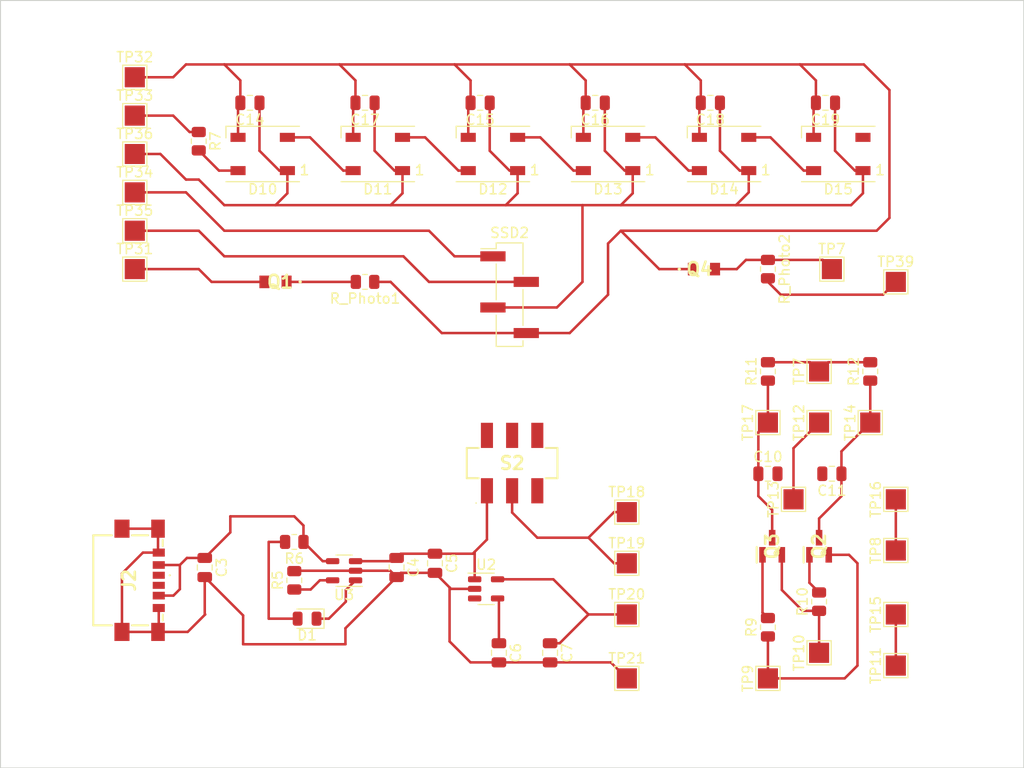
<source format=kicad_pcb>
(kicad_pcb (version 20221018) (generator pcbnew)
  (layers (0 "F.Cu" signal) (31 "B.Cu" signal) (34 "B.Paste" user) (35 "F.Paste" user) (36 "B.SilkS" user "B.Silkscreen") (37 "F.SilkS" user "F.Silkscreen") (38 "B.Mask" user) (39 "F.Mask" user) (44 "Edge.Cuts" user))
  (net 0 "")
  (net 1 "Net-(D10-VDD)")
  (net 2 "Net-(D10-VSS)")
  (net 3 "Net-(D10-DOUT)")
  (net 4 "Net-(D10-DIN)")
  (net 5 "Net-(D11-DOUT)")
  (net 6 "Net-(D12-DOUT)")
  (net 7 "Net-(D13-DOUT)")
  (net 8 "Net-(D14-DOUT)")
  (net 10 "Net-(R7-Pad1)")
  (net 11 "Net-(Q1-E)")
  (net 12 "Net-(SSD2-Pin_1)")
  (net 13 "Net-(SSD2-Pin_2)")
  (net 14 "Net-(Q1-C)")
  (net 15 "Net-(U3-V_{DD})")
  (net 16 "Net-(U2-GND)")
  (net 17 "Net-(U2-VIN)")
  (net 18 "Net-(U2-Bypass)")
  (net 19 "Net-(U2-VOUT)")
  (net 20 "Net-(Q3-D)")
  (net 21 "Net-(C10-Pad2)")
  (net 22 "Net-(Q2-D)")
  (net 23 "Net-(D1-K)")
  (net 24 "Net-(D1-A)")
  (net 27 "Net-(Q2-G)")
  (net 28 "Net-(Q2-S)")
  (net 29 "Net-(Q3-G)")
  (net 30 "Net-(Q3-S)")
  (net 31 "Net-(U3-PROG)")
  (net 32 "Net-(R11-Pad2)")
  (net 33 "Net-(S2-Pad2)")
  (net 38 "Net-(TP16-Pad1)")
  (net 39 "Net-(TP11-Pad1)")
  (net 40 "Net-(Q4-C)")
  (net 41 "Net-(R_Photo2-Pad2)")
  (net 42 "Net-(TP12-Pad1)")
  (footprint "TestPoint:TestPoint_Pad_2.0x2.0mm" (layer "F.Cu") (at 139.7 105.41 90)
    (fp_text reference "TP8" (at 0 -1.998 90) (layer "F.SilkS"))
    (fp_text value "TXD")
    (pad "1" smd rect (at 0 0 90) (size 2 2) (layers "F.Cu" "F.Mask") (net 38 "Net-(TP16-Pad1)"))
  )
  (footprint "TestPoint:TestPoint_Pad_2.0x2.0mm" (layer "F.Cu") (at 64.135 69.85)
    (fp_text reference "TP34" (at 0 -1.998) (layer "F.SilkS"))
    (fp_text value "SDA")
    (pad "1" smd rect (at 0 0) (size 2 2) (layers "F.Cu" "F.Mask") (net 12 "Net-(SSD2-Pin_1)"))
  )
  (footprint "Capacitor_SMD:C_0805_2012Metric" (layer "F.Cu") (at 90.13 107.1 -90)
    (fp_text reference "C4" (at 0 -1.68 90) (layer "F.SilkS"))
    (fp_text value "4.7µF")
    (pad "1" smd roundrect (at -0.95 0 270) (size 1 1.45) (layers "F.Cu" "F.Paste" "F.Mask") (net 17 "Net-(U2-VIN)"))
    (pad "2" smd roundrect (at 0.95 0 270) (size 1 1.45) (layers "F.Cu" "F.Paste" "F.Mask") (net 16 "Net-(U2-GND)"))
  )
  (footprint "TestPoint:TestPoint_Pad_2.0x2.0mm" (layer "F.Cu") (at 139.7 111.76 90)
    (fp_text reference "TP15" (at 0 -1.998 90) (layer "F.SilkS"))
    (fp_text value "FL_RXD")
    (pad "1" smd rect (at 0 0 90) (size 2 2) (layers "F.Cu" "F.Mask") (net 39 "Net-(TP11-Pad1)"))
  )
  (footprint "Resistor_SMD:R_0805_2012Metric" (layer "F.Cu") (at 137.16 87.63 90)
    (fp_text reference "R12" (at 0 -1.65 90) (layer "F.SilkS"))
    (fp_text value "10kΩ")
    (pad "1" smd roundrect (at -0.9125 0 90) (size 1.025 1.4) (layers "F.Cu" "F.Paste" "F.Mask") (roundrect_rratio 0.243902439) (net 22 "Net-(Q2-D)"))
    (pad "2" smd roundrect (at 0.9125 0 90) (size 1.025 1.4) (layers "F.Cu" "F.Paste" "F.Mask") (roundrect_rratio 0.243902439) (net 32 "Net-(R11-Pad2)"))
  )
  (footprint "LED_SMD:LED_WS2812B_PLCC4_5.0x5.0mm_P3.2mm" (layer "F.Cu") (at 88.265 66.04 180)
    (fp_text reference "D11" (at 0 -3.5) (layer "F.SilkS"))
    (fp_text value "WS2812B")
    (fp_text user "1" (at -4.15 -1.6) (layer "F.SilkS"))
    (pad "1" smd rect (at -2.45 -1.65 180) (size 1.5 0.9) (layers "F.Cu" "F.Paste" "F.Mask") (net 1 "Net-(D10-VDD)"))
    (pad "2" smd rect (at -2.45 1.65 180) (size 1.5 0.9) (layers "F.Cu" "F.Paste" "F.Mask") (net 5 "Net-(D11-DOUT)"))
    (pad "3" smd rect (at 2.45 1.65 180) (size 1.5 0.9) (layers "F.Cu" "F.Paste" "F.Mask") (net 2 "Net-(D10-VSS)"))
    (pad "4" smd rect (at 2.45 -1.65 180) (size 1.5 0.9) (layers "F.Cu" "F.Paste" "F.Mask") (net 3 "Net-(D10-DOUT)"))
  )
  (footprint "Capacitor_SMD:C_0805_2012Metric" (layer "F.Cu") (at 105.37 115.57 -90)
    (fp_text reference "C7" (at 0 -1.68 90) (layer "F.SilkS"))
    (fp_text value "1µF")
    (pad "1" smd roundrect (at -0.95 0 270) (size 1 1.45) (layers "F.Cu" "F.Paste" "F.Mask") (net 19 "Net-(U2-VOUT)"))
    (pad "2" smd roundrect (at 0.95 0 270) (size 1 1.45) (layers "F.Cu" "F.Paste" "F.Mask") (net 16 "Net-(U2-GND)"))
  )
  (footprint "Capacitor_SMD:C_0805_2012Metric" (layer "F.Cu") (at 127 97.79)
    (fp_text reference "C10" (at 0 -1.68) (layer "F.SilkS"))
    (fp_text value "0.1µF")
    (pad "1" smd roundrect (at -0.95 0) (size 1 1.45) (layers "F.Cu" "F.Paste" "F.Mask") (net 20 "Net-(Q3-D)"))
    (pad "2" smd roundrect (at 0.95 0) (size 1 1.45) (layers "F.Cu" "F.Paste" "F.Mask") (net 21 "Net-(C10-Pad2)"))
  )
  (footprint "Capacitor_SMD:C_0805_2012Metric" (layer "F.Cu") (at 71.08 107.1 -90)
    (fp_text reference "C3" (at 0 -1.68 90) (layer "F.SilkS"))
    (fp_text value "4.7µF")
    (pad "1" smd roundrect (at -0.95 0 270) (size 1 1.45) (layers "F.Cu" "F.Paste" "F.Mask") (net 15 "Net-(U3-V_{DD})"))
    (pad "2" smd roundrect (at 0.95 0 270) (size 1 1.45) (layers "F.Cu" "F.Paste" "F.Mask") (net 16 "Net-(U2-GND)"))
  )
  (footprint "LED_SMD:LED_0805_2012Metric" (layer "F.Cu") (at 81.24 112.18 180)
    (fp_text reference "D1" (at 0 -1.65) (layer "F.SilkS"))
    (fp_text value "LED")
    (pad "1" smd roundrect (at -0.9375 0 180) (size 0.975 1.4) (layers "F.Cu" "F.Paste" "F.Mask") (net 23 "Net-(D1-K)"))
    (pad "2" smd roundrect (at 0.9375 0 180) (size 0.975 1.4) (layers "F.Cu" "F.Paste" "F.Mask") (net 24 "Net-(D1-A)"))
  )
  (footprint "LED_SMD:LED_WS2812B_PLCC4_5.0x5.0mm_P3.2mm" (layer "F.Cu") (at 111.125 66.04 180)
    (fp_text reference "D13" (at 0 -3.5) (layer "F.SilkS"))
    (fp_text value "WS2812B")
    (fp_text user "1" (at -4.15 -1.6) (layer "F.SilkS"))
    (pad "1" smd rect (at -2.45 -1.65 180) (size 1.5 0.9) (layers "F.Cu" "F.Paste" "F.Mask") (net 1 "Net-(D10-VDD)"))
    (pad "2" smd rect (at -2.45 1.65 180) (size 1.5 0.9) (layers "F.Cu" "F.Paste" "F.Mask") (net 7 "Net-(D13-DOUT)"))
    (pad "3" smd rect (at 2.45 1.65 180) (size 1.5 0.9) (layers "F.Cu" "F.Paste" "F.Mask") (net 2 "Net-(D10-VSS)"))
    (pad "4" smd rect (at 2.45 -1.65 180) (size 1.5 0.9) (layers "F.Cu" "F.Paste" "F.Mask") (net 6 "Net-(D12-DOUT)"))
  )
  (footprint "Capacitor_SMD:C_0805_2012Metric" (layer "F.Cu") (at 100.29 115.57 -90)
    (fp_text reference "C6" (at 0 -1.68 90) (layer "F.SilkS"))
    (fp_text value "470pF")
    (pad "1" smd roundrect (at -0.95 0 270) (size 1 1.45) (layers "F.Cu" "F.Paste" "F.Mask") (net 18 "Net-(U2-Bypass)"))
    (pad "2" smd roundrect (at 0.95 0 270) (size 1 1.45) (layers "F.Cu" "F.Paste" "F.Mask") (net 16 "Net-(U2-GND)"))
  )
  (footprint "Capacitor_SMD:C_0805_2012Metric" (layer "F.Cu") (at 86.995 60.96 180)
    (fp_text reference "C17" (at 0 -1.68) (layer "F.SilkS"))
    (fp_text value "0.1µF")
    (pad "1" smd roundrect (at -0.95 0 180) (size 1 1.45) (layers "F.Cu" "F.Paste" "F.Mask") (net 1 "Net-(D10-VDD)"))
    (pad "2" smd roundrect (at 0.95 0 180) (size 1 1.45) (layers "F.Cu" "F.Paste" "F.Mask") (net 2 "Net-(D10-VSS)"))
  )
  (footprint "TestPoint:TestPoint_Pad_2.0x2.0mm" (layer "F.Cu") (at 64.135 66.04)
    (fp_text reference "TP36" (at 0 -1.998) (layer "F.SilkS"))
    (fp_text value "+4.4V")
    (pad "1" smd rect (at 0 0) (size 2 2) (layers "F.Cu" "F.Mask") (net 1 "Net-(D10-VDD)"))
  )
  (footprint "Resistor_SMD:R_0805_2012Metric" (layer "F.Cu") (at 132.08 110.49 90)
    (fp_text reference "R10" (at 0 -1.65 90) (layer "F.SilkS"))
    (fp_text value "10kΩ")
    (pad "1" smd roundrect (at -0.9125 0 90) (size 1.025 1.4) (layers "F.Cu" "F.Paste" "F.Mask") (roundrect_rratio 0.243902439) (net 30 "Net-(Q3-S)"))
    (pad "2" smd roundrect (at 0.9125 0 90) (size 1.025 1.4) (layers "F.Cu" "F.Paste" "F.Mask") (roundrect_rratio 0.243902439) (net 27 "Net-(Q2-G)"))
  )
  (footprint "TestPoint:TestPoint_Pad_2.0x2.0mm" (layer "F.Cu") (at 64.135 77.47)
    (fp_text reference "TP31" (at 0 -1.998) (layer "F.SilkS"))
    (fp_text value "GPIO_Photo1")
    (pad "1" smd rect (at 0 0) (size 2 2) (layers "F.Cu" "F.Mask") (net 14 "Net-(Q1-C)"))
  )
  (footprint "TestPoint:TestPoint_Pad_2.0x2.0mm" (layer "F.Cu") (at 139.7 78.74)
    (fp_text reference "TP39" (at 0 -1.998) (layer "F.SilkS"))
    (fp_text value "+3.3V Photo")
    (pad "1" smd rect (at 0 0) (size 2 2) (layers "F.Cu" "F.Mask") (net 41 "Net-(R_Photo2-Pad2)"))
  )
  (footprint "SFH_3711:SFH3711" (layer "F.Cu") (at 78.105 78.74 180)
    (fp_text reference "Q1" (at -0.45 0 180) (layer "F.SilkS") (effects (font (size 1.27 1.27) (thickness 0.254))))
    (fp_text value "SFH_3711" hide)
    (pad "1" smd rect (at -1.1 0 180) (size 1 1.25) (layers "F.Cu" "F.Paste" "F.Mask") (net 11 "Net-(Q1-E)"))
    (pad "2" smd rect (at 1.1 0 180) (size 1 1.25) (layers "F.Cu" "F.Paste" "F.Mask") (net 14 "Net-(Q1-C)"))
  )
  (footprint "Connector_PinHeader_2.54mm:PinHeader_1x04_P2.54mm_Vertical_SMD_Pin1Left" (layer "F.Cu") (at 101.35 80.01)
    (fp_text reference "SSD2" (at 0 -6.14) (layer "F.SilkS"))
    (fp_text value "Conn_01x04_Pin")
    (pad "1" smd rect (at -1.655 -3.81) (size 2.51 1) (layers "F.Cu" "F.Paste" "F.Mask") (net 12 "Net-(SSD2-Pin_1)"))
    (pad "2" smd rect (at 1.655 -1.27) (size 2.51 1) (layers "F.Cu" "F.Paste" "F.Mask") (net 13 "Net-(SSD2-Pin_2)"))
    (pad "3" smd rect (at -1.655 1.27) (size 2.51 1) (layers "F.Cu" "F.Paste" "F.Mask") (net 1 "Net-(D10-VDD)"))
    (pad "4" smd rect (at 1.655 3.81) (size 2.51 1) (layers "F.Cu" "F.Paste" "F.Mask") (net 2 "Net-(D10-VSS)"))
  )
  (footprint "Resistor_SMD:R_0805_2012Metric" (layer "F.Cu") (at 79.97 108.37 90)
    (fp_text reference "R5" (at 0 -1.65 90) (layer "F.SilkS"))
    (fp_text value "2kΩ")
    (pad "1" smd roundrect (at -0.9125 0 90) (size 1.025 1.4) (layers "F.Cu" "F.Paste" "F.Mask") (roundrect_rratio 0.243902439) (net 31 "Net-(U3-PROG)"))
    (pad "2" smd roundrect (at 0.9125 0 90) (size 1.025 1.4) (layers "F.Cu" "F.Paste" "F.Mask") (roundrect_rratio 0.243902439) (net 16 "Net-(U2-GND)"))
  )
  (footprint "USB4135-GF-A:USB4135GFA" (layer "F.Cu") (at 63.46 108.37 -90)
    (fp_text reference "J2" (at 0 -0.102 -90) (layer "F.SilkS") (effects (font (size 1.27 1.27) (thickness 0.254))))
    (fp_text value "USB4135-GF-A" hide)
    (pad "A5" smd rect (at -0.5 -3.055 270) (size 0.7 1.2) (layers "F.Cu" "F.Paste" "F.Mask"))
    (pad "A9" smd rect (at 1.52 -3.055 270) (size 0.76 1.2) (layers "F.Cu" "F.Paste" "F.Mask") (net 15 "Net-(U3-V_{DD})"))
    (pad "A12" smd rect (at 2.75 -3.055 270) (size 0.8 1.2) (layers "F.Cu" "F.Paste" "F.Mask") (net 16 "Net-(U2-GND)"))
    (pad "B5" smd rect (at 0.5 -3.055 270) (size 0.7 1.2) (layers "F.Cu" "F.Paste" "F.Mask"))
    (pad "B9" smd rect (at -1.52 -3.055 270) (size 0.76 1.2) (layers "F.Cu" "F.Paste" "F.Mask") (net 15 "Net-(U3-V_{DD})"))
    (pad "B12" smd rect (at -2.75 -3.055 270) (size 0.8 1.2) (layers "F.Cu" "F.Paste" "F.Mask") (net 16 "Net-(U2-GND)"))
    (pad "MP1" smd rect (at -5.125 -2.98) (size 1.35 1.8) (layers "F.Cu" "F.Paste" "F.Mask") (net 16 "Net-(U2-GND)"))
    (pad "MP2" smd rect (at 5.125 -2.98) (size 1.35 1.8) (layers "F.Cu" "F.Paste" "F.Mask") (net 16 "Net-(U2-GND)"))
    (pad "MP3" smd rect (at -5.125 0.6) (size 1.5 1.8) (layers "F.Cu" "F.Paste" "F.Mask") (net 16 "Net-(U2-GND)"))
    (pad "MP4" smd rect (at 5.125 0.6) (size 1.5 1.8) (layers "F.Cu" "F.Paste" "F.Mask") (net 16 "Net-(U2-GND)"))
  )
  (footprint "Resistor_SMD:R_0805_2012Metric" (layer "F.Cu") (at 70.485 64.77 -90)
    (fp_text reference "R7" (at 0 -1.65 90) (layer "F.SilkS"))
    (fp_text value "330Ω")
    (pad "1" smd roundrect (at -0.9125 0 270) (size 1.025 1.4) (layers "F.Cu" "F.Paste" "F.Mask") (roundrect_rratio 0.243902439) (net 10 "Net-(R7-Pad1)"))
    (pad "2" smd roundrect (at 0.9125 0 270) (size 1.025 1.4) (layers "F.Cu" "F.Paste" "F.Mask") (roundrect_rratio 0.243902439) (net 4 "Net-(D10-DIN)"))
  )
  (footprint "TestPoint:TestPoint_Pad_2.0x2.0mm" (layer "F.Cu") (at 64.135 62.23)
    (fp_text reference "TP33" (at 0 -1.998) (layer "F.SilkS"))
    (fp_text value "GPIO_Pixel")
    (pad "1" smd rect (at 0 0) (size 2 2) (layers "F.Cu" "F.Mask") (net 10 "Net-(R7-Pad1)"))
  )
  (footprint "TestPoint:TestPoint_Pad_2.0x2.0mm" (layer "F.Cu") (at 132.08 87.63 90)
    (fp_text reference "TP7" (at 0 -1.998 90) (layer "F.SilkS"))
    (fp_text value "+3.3V")
    (pad "1" smd rect (at 0 0 90) (size 2 2) (layers "F.Cu" "F.Mask") (net 32 "Net-(R11-Pad2)"))
  )
  (footprint "Package_TO_SOT_SMD:SOT-23-5" (layer "F.Cu") (at 84.9175 107.42 180)
    (fp_text reference "U3" (at 0 -2.4) (layer "F.SilkS"))
    (fp_text value "MCP73831-2-OT")
    (pad "1" smd roundrect (at -1.1375 -0.95 180) (size 1.325 0.6) (layers "F.Cu" "F.Paste" "F.Mask") (net 23 "Net-(D1-K)"))
    (pad "2" smd roundrect (at -1.1375 0 180) (size 1.325 0.6) (layers "F.Cu" "F.Paste" "F.Mask") (net 16 "Net-(U2-GND)"))
    (pad "3" smd roundrect (at -1.1375 0.95 180) (size 1.325 0.6) (layers "F.Cu" "F.Paste" "F.Mask") (net 17 "Net-(U2-VIN)"))
    (pad "4" smd roundrect (at 1.1375 0.95 180) (size 1.325 0.6) (layers "F.Cu" "F.Paste" "F.Mask") (net 15 "Net-(U3-V_{DD})"))
    (pad "5" smd roundrect (at 1.1375 -0.95 180) (size 1.325 0.6) (layers "F.Cu" "F.Paste" "F.Mask") (net 31 "Net-(U3-PROG)"))
  )
  (footprint "Capacitor_SMD:C_0805_2012Metric" (layer "F.Cu") (at 133.35 97.79 180)
    (fp_text reference "C11" (at 0 -1.68) (layer "F.SilkS"))
    (fp_text value "470nF")
    (pad "1" smd roundrect (at -0.95 0 180) (size 1 1.45) (layers "F.Cu" "F.Paste" "F.Mask") (net 22 "Net-(Q2-D)"))
    (pad "2" smd roundrect (at 0.95 0 180) (size 1 1.45) (layers "F.Cu" "F.Paste" "F.Mask") (net 21 "Net-(C10-Pad2)"))
  )
  (footprint "TestPoint:TestPoint_Pad_2.0x2.0mm" (layer "F.Cu") (at 127 118.11 90)
    (fp_text reference "TP9" (at 0 -1.998 90) (layer "F.SilkS"))
    (fp_text value "DTR")
    (pad "1" smd rect (at 0 0 90) (size 2 2) (layers "F.Cu" "F.Mask") (net 28 "Net-(Q2-S)"))
  )
  (footprint "Capacitor_SMD:C_0805_2012Metric" (layer "F.Cu") (at 98.425 60.96 180)
    (fp_text reference "C15" (at 0 -1.68) (layer "F.SilkS"))
    (fp_text value "0.1µF")
    (pad "1" smd roundrect (at -0.95 0 180) (size 1 1.45) (layers "F.Cu" "F.Paste" "F.Mask") (net 1 "Net-(D10-VDD)"))
    (pad "2" smd roundrect (at 0.95 0 180) (size 1 1.45) (layers "F.Cu" "F.Paste" "F.Mask") (net 2 "Net-(D10-VSS)"))
  )
  (footprint "Capacitor_SMD:C_0805_2012Metric" (layer "F.Cu") (at 93.94 106.68 -90)
    (fp_text reference "C5" (at 0 -1.68 90) (layer "F.SilkS"))
    (fp_text value "1µF")
    (pad "1" smd roundrect (at -0.95 0 270) (size 1 1.45) (layers "F.Cu" "F.Paste" "F.Mask") (net 17 "Net-(U2-VIN)"))
    (pad "2" smd roundrect (at 0.95 0 270) (size 1 1.45) (layers "F.Cu" "F.Paste" "F.Mask") (net 16 "Net-(U2-GND)"))
  )
  (footprint "JS202011SCQN:JS202011SCQN" (layer "F.Cu") (at 101.6 96.73)
    (fp_text reference "S2" (at 0 0.002) (layer "F.SilkS") (effects (font (size 1.27 1.27) (thickness 0.254))))
    (fp_text value "JS202011SCQN" hide)
    (pad "1" smd rect (at -2.5 2.75) (size 1.2 2.5) (layers "F.Cu" "F.Paste" "F.Mask") (net 17 "Net-(U2-VIN)"))
    (pad "2" smd rect (at 0 2.75) (size 1.2 2.5) (layers "F.Cu" "F.Paste" "F.Mask") (net 33 "Net-(S2-Pad2)"))
    (pad "3" smd rect (at 2.5 2.75) (size 1.2 2.5) (layers "F.Cu" "F.Paste" "F.Mask"))
    (pad "4" smd rect (at 2.5 -2.75) (size 1.2 2.5) (layers "F.Cu" "F.Paste" "F.Mask"))
    (pad "5" smd rect (at 0 -2.75) (size 1.2 2.5) (layers "F.Cu" "F.Paste" "F.Mask"))
    (pad "6" smd rect (at -2.5 -2.75) (size 1.2 2.5) (layers "F.Cu" "F.Paste" "F.Mask"))
  )
  (footprint "TestPoint:TestPoint_Pad_2.0x2.0mm" (layer "F.Cu") (at 112.99 118.11)
    (fp_text reference "TP21" (at 0 -1.998) (layer "F.SilkS"))
    (fp_text value "GND")
    (pad "1" smd rect (at 0 0) (size 2 2) (layers "F.Cu" "F.Mask") (net 16 "Net-(U2-GND)"))
  )
  (footprint "Resistor_SMD:R_0805_2012Metric" (layer "F.Cu") (at 127 87.63 90)
    (fp_text reference "R11" (at 0 -1.65 90) (layer "F.SilkS"))
    (fp_text value "10kΩ")
    (pad "1" smd roundrect (at -0.9125 0 90) (size 1.025 1.4) (layers "F.Cu" "F.Paste" "F.Mask") (roundrect_rratio 0.243902439) (net 20 "Net-(Q3-D)"))
    (pad "2" smd roundrect (at 0.9125 0 90) (size 1.025 1.4) (layers "F.Cu" "F.Paste" "F.Mask") (roundrect_rratio 0.243902439) (net 32 "Net-(R11-Pad2)"))
  )
  (footprint "Resistor_SMD:R_0805_2012Metric" (layer "F.Cu") (at 86.995 78.74 180)
    (fp_text reference "R_Photo1" (at 0 -1.65) (layer "F.SilkS"))
    (fp_text value "0Ω")
    (pad "1" smd roundrect (at -0.9125 0 180) (size 1.025 1.4) (layers "F.Cu" "F.Paste" "F.Mask") (roundrect_rratio 0.243902439) (net 2 "Net-(D10-VSS)"))
    (pad "2" smd roundrect (at 0.9125 0 180) (size 1.025 1.4) (layers "F.Cu" "F.Paste" "F.Mask") (roundrect_rratio 0.243902439) (net 11 "Net-(Q1-E)"))
  )
  (footprint "Resistor_SMD:R_0805_2012Metric" (layer "F.Cu") (at 127 113.03 90)
    (fp_text reference "R9" (at 0 -1.65 90) (layer "F.SilkS"))
    (fp_text value "10kΩ")
    (pad "1" smd roundrect (at -0.9125 0 90) (size 1.025 1.4) (layers "F.Cu" "F.Paste" "F.Mask") (roundrect_rratio 0.243902439) (net 28 "Net-(Q2-S)"))
    (pad "2" smd roundrect (at 0.9125 0 90) (size 1.025 1.4) (layers "F.Cu" "F.Paste" "F.Mask") (roundrect_rratio 0.243902439) (net 29 "Net-(Q3-G)"))
  )
  (footprint "TestPoint:TestPoint_Pad_2.0x2.0mm" (layer "F.Cu") (at 139.7 100.33 90)
    (fp_text reference "TP16" (at 0 -1.998 90) (layer "F.SilkS"))
    (fp_text value "FL_TXD")
    (pad "1" smd rect (at 0 0 90) (size 2 2) (layers "F.Cu" "F.Mask") (net 38 "Net-(TP16-Pad1)"))
  )
  (footprint "Package_TO_SOT_SMD:SOT-23-5" (layer "F.Cu") (at 99.02 109.22)
    (fp_text reference "U2" (at 0 -2.4) (layer "F.SilkS"))
    (fp_text value "TC1185-xCT")
    (pad "1" smd roundrect (at -1.1375 -0.95) (size 1.325 0.6) (layers "F.Cu" "F.Paste" "F.Mask") (net 17 "Net-(U2-VIN)"))
    (pad "2" smd roundrect (at -1.1375 0) (size 1.325 0.6) (layers "F.Cu" "F.Paste" "F.Mask") (net 16 "Net-(U2-GND)"))
    (pad "3" smd roundrect (at -1.1375 0.95) (size 1.325 0.6) (layers "F.Cu" "F.Paste" "F.Mask") (net 17 "Net-(U2-VIN)"))
    (pad "4" smd roundrect (at 1.1375 0.95) (size 1.325 0.6) (layers "F.Cu" "F.Paste" "F.Mask") (net 18 "Net-(U2-Bypass)"))
    (pad "5" smd roundrect (at 1.1375 -0.95) (size 1.325 0.6) (layers "F.Cu" "F.Paste" "F.Mask") (net 19 "Net-(U2-VOUT)"))
  )
  (footprint "LED_SMD:LED_WS2812B_PLCC4_5.0x5.0mm_P3.2mm" (layer "F.Cu") (at 122.645 66.04 180)
    (fp_text reference "D14" (at 0 -3.5) (layer "F.SilkS"))
    (fp_text value "WS2812B")
    (fp_text user "1" (at -4.15 -1.6) (layer "F.SilkS"))
    (pad "1" smd rect (at -2.45 -1.65 180) (size 1.5 0.9) (layers "F.Cu" "F.Paste" "F.Mask") (net 1 "Net-(D10-VDD)"))
    (pad "2" smd rect (at -2.45 1.65 180) (size 1.5 0.9) (layers "F.Cu" "F.Paste" "F.Mask") (net 8 "Net-(D14-DOUT)"))
    (pad "3" smd rect (at 2.45 1.65 180) (size 1.5 0.9) (layers "F.Cu" "F.Paste" "F.Mask") (net 2 "Net-(D10-VSS)"))
    (pad "4" smd rect (at 2.45 -1.65 180) (size 1.5 0.9) (layers "F.Cu" "F.Paste" "F.Mask") (net 7 "Net-(D13-DOUT)"))
  )
  (footprint "TestPoint:TestPoint_Pad_2.0x2.0mm" (layer "F.Cu") (at 127 92.71 90)
    (fp_text reference "TP17" (at 0 -1.998 90) (layer "F.SilkS"))
    (fp_text value "FL_RST")
    (pad "1" smd rect (at 0 0 90) (size 2 2) (layers "F.Cu" "F.Mask") (net 20 "Net-(Q3-D)"))
  )
  (footprint "LED_SMD:LED_WS2812B_PLCC4_5.0x5.0mm_P3.2mm" (layer "F.Cu") (at 133.985 66.04 180)
    (fp_text reference "D15" (at 0 -3.5) (layer "F.SilkS"))
    (fp_text value "WS2812B")
    (fp_text user "1" (at -4.15 -1.6) (layer "F.SilkS"))
    (pad "1" smd rect (at -2.45 -1.65 180) (size 1.5 0.9) (layers "F.Cu" "F.Paste" "F.Mask") (net 1 "Net-(D10-VDD)"))
    (pad "2" smd rect (at -2.45 1.65 180) (size 1.5 0.9) (layers "F.Cu" "F.Paste" "F.Mask"))
    (pad "3" smd rect (at 2.45 1.65 180) (size 1.5 0.9) (layers "F.Cu" "F.Paste" "F.Mask") (net 2 "Net-(D10-VSS)"))
    (pad "4" smd rect (at 2.45 -1.65 180) (size 1.5 0.9) (layers "F.Cu" "F.Paste" "F.Mask") (net 8 "Net-(D14-DOUT)"))
  )
  (footprint "TestPoint:TestPoint_Pad_2.0x2.0mm" (layer "F.Cu") (at 132.08 92.71 90)
    (fp_text reference "TP12" (at 0 -1.998 90) (layer "F.SilkS"))
    (fp_text value "GND")
    (pad "1" smd rect (at 0 0 90) (size 2 2) (layers "F.Cu" "F.Mask") (net 42 "Net-(TP12-Pad1)"))
  )
  (footprint "TestPoint:TestPoint_Pad_2.0x2.0mm" (layer "F.Cu") (at 129.54 100.33 90)
    (fp_text reference "TP13" (at 0 -1.998 90) (layer "F.SilkS"))
    (fp_text value "FL_GND")
    (pad "1" smd rect (at 0 0 90) (size 2 2) (layers "F.Cu" "F.Mask") (net 42 "Net-(TP12-Pad1)"))
  )
  (footprint "2N7002:SOT96P240X120-3N" (layer "F.Cu") (at 127.42 104.99 90)
    (fp_text reference "Q3" (at 0 0 90) (layer "F.SilkS") (effects (font (size 1.27 1.27) (thickness 0.254))))
    (fp_text value "2N7002" hide)
    (pad "1" smd rect (at -0.85 -0.96 180) (size 0.65 1.55) (layers "F.Cu" "F.Paste" "F.Mask") (net 29 "Net-(Q3-G)"))
    (pad "2" smd rect (at -0.85 0.96 180) (size 0.65 1.55) (layers "F.Cu" "F.Paste" "F.Mask") (net 30 "Net-(Q3-S)"))
    (pad "3" smd rect (at 0.85 0 180) (size 0.65 1.55) (layers "F.Cu" "F.Paste" "F.Mask") (net 20 "Net-(Q3-D)"))
  )
  (footprint "SFH_3711:SFH3711" (layer "F.Cu") (at 120.65 77.47)
    (fp_text reference "Q4" (at -0.45 0) (layer "F.SilkS") (effects (font (size 1.27 1.27) (thickness 0.254))))
    (fp_text value "SFH_3711" hide)
    (pad "1" smd rect (at -1.1 0) (size 1 1.25) (layers "F.Cu" "F.Paste" "F.Mask") (net 2 "Net-(D10-VSS)"))
    (pad "2" smd rect (at 1.1 0) (size 1 1.25) (layers "F.Cu" "F.Paste" "F.Mask") (net 40 "Net-(Q4-C)"))
  )
  (footprint "Capacitor_SMD:C_0805_2012Metric" (layer "F.Cu") (at 109.855 60.96 180)
    (fp_text reference "C16" (at 0 -1.68) (layer "F.SilkS"))
    (fp_text value "0.1µF")
    (pad "1" smd roundrect (at -0.95 0 180) (size 1 1.45) (layers "F.Cu" "F.Paste" "F.Mask") (net 1 "Net-(D10-VDD)"))
    (pad "2" smd roundrect (at 0.95 0 180) (size 1 1.45) (layers "F.Cu" "F.Paste" "F.Mask") (net 2 "Net-(D10-VSS)"))
  )
  (footprint "LED_SMD:LED_WS2812B_PLCC4_5.0x5.0mm_P3.2mm" (layer "F.Cu") (at 99.695 66.04 180)
    (fp_text reference "D12" (at 0 -3.5) (layer "F.SilkS"))
    (fp_text value "WS2812B")
    (fp_text user "1" (at -4.15 -1.6) (layer "F.SilkS"))
    (pad "1" smd rect (at -2.45 -1.65 180) (size 1.5 0.9) (layers "F.Cu" "F.Paste" "F.Mask") (net 1 "Net-(D10-VDD)"))
    (pad "2" smd rect (at -2.45 1.65 180) (size 1.5 0.9) (layers "F.Cu" "F.Paste" "F.Mask") (net 6 "Net-(D12-DOUT)"))
    (pad "3" smd rect (at 2.45 1.65 180) (size 1.5 0.9) (layers "F.Cu" "F.Paste" "F.Mask") (net 2 "Net-(D10-VSS)"))
    (pad "4" smd rect (at 2.45 -1.65 180) (size 1.5 0.9) (layers "F.Cu" "F.Paste" "F.Mask") (net 5 "Net-(D11-DOUT)"))
  )
  (footprint "TestPoint:TestPoint_Pad_2.0x2.0mm" (layer "F.Cu") (at 132.08 115.57 90)
    (fp_text reference "TP10" (at 0 -1.998 90) (layer "F.SilkS"))
    (fp_text value "RTS")
    (pad "1" smd rect (at 0 0 90) (size 2 2) (layers "F.Cu" "F.Mask") (net 30 "Net-(Q3-S)"))
  )
  (footprint "TestPoint:TestPoint_Pad_2.0x2.0mm" (layer "F.Cu") (at 112.99 106.68)
    (fp_text reference "TP19" (at 0 -1.998) (layer "F.SilkS"))
    (fp_text value "VBat")
    (pad "1" smd rect (at 0 0) (size 2 2) (layers "F.Cu" "F.Mask") (net 33 "Net-(S2-Pad2)"))
  )
  (footprint "TestPoint:TestPoint_Pad_2.0x2.0mm" (layer "F.Cu") (at 112.99 101.6)
    (fp_text reference "TP18" (at 0 -1.998) (layer "F.SilkS"))
    (fp_text value "+4.2V")
    (pad "1" smd rect (at 0 0) (size 2 2) (layers "F.Cu" "F.Mask") (net 33 "Net-(S2-Pad2)"))
  )
  (footprint "TestPoint:TestPoint_Pad_2.0x2.0mm" (layer "F.Cu") (at 139.7 116.84 90)
    (fp_text reference "TP11" (at 0 -1.998 90) (layer "F.SilkS"))
    (fp_text value "RXD")
    (pad "1" smd rect (at 0 0 90) (size 2 2) (layers "F.Cu" "F.Mask") (net 39 "Net-(TP11-Pad1)"))
  )
  (footprint "Capacitor_SMD:C_0805_2012Metric" (layer "F.Cu") (at 121.285 60.96 180)
    (fp_text reference "C18" (at 0 -1.68) (layer "F.SilkS"))
    (fp_text value "0.1µF")
    (pad "1" smd roundrect (at -0.95 0 180) (size 1 1.45) (layers "F.Cu" "F.Paste" "F.Mask") (net 1 "Net-(D10-VDD)"))
    (pad "2" smd roundrect (at 0.95 0 180) (size 1 1.45) (layers "F.Cu" "F.Paste" "F.Mask") (net 2 "Net-(D10-VSS)"))
  )
  (footprint "Resistor_SMD:R_0805_2012Metric" (layer "F.Cu") (at 79.97 104.56 180)
    (fp_text reference "R6" (at 0 -1.65) (layer "F.SilkS"))
    (fp_text value "330Ω")
    (pad "1" smd roundrect (at -0.9125 0 180) (size 1.025 1.4) (layers "F.Cu" "F.Paste" "F.Mask") (roundrect_rratio 0.243902439) (net 15 "Net-(U3-V_{DD})"))
    (pad "2" smd roundrect (at 0.9125 0 180) (size 1.025 1.4) (layers "F.Cu" "F.Paste" "F.Mask") (roundrect_rratio 0.243902439) (net 24 "Net-(D1-A)"))
  )
  (footprint "LED_SMD:LED_WS2812B_PLCC4_5.0x5.0mm_P3.2mm" (layer "F.Cu") (at 76.835 66.04 180)
    (fp_text reference "D10" (at 0 -3.5) (layer "F.SilkS"))
    (fp_text value "WS2812B")
    (fp_text user "1" (at -4.15 -1.6) (layer "F.SilkS"))
    (pad "1" smd rect (at -2.45 -1.65 180) (size 1.5 0.9) (layers "F.Cu" "F.Paste" "F.Mask") (net 1 "Net-(D10-VDD)"))
    (pad "2" smd rect (at -2.45 1.65 180) (size 1.5 0.9) (layers "F.Cu" "F.Paste" "F.Mask") (net 3 "Net-(D10-DOUT)"))
    (pad "3" smd rect (at 2.45 1.65 180) (size 1.5 0.9) (layers "F.Cu" "F.Paste" "F.Mask") (net 2 "Net-(D10-VSS)"))
    (pad "4" smd rect (at 2.45 -1.65 180) (size 1.5 0.9) (layers "F.Cu" "F.Paste" "F.Mask") (net 4 "Net-(D10-DIN)"))
  )
  (footprint "TestPoint:TestPoint_Pad_2.0x2.0mm" (layer "F.Cu") (at 64.135 73.66)
    (fp_text reference "TP35" (at 0 -1.998) (layer "F.SilkS"))
    (fp_text value "SCL")
    (pad "1" smd rect (at 0 0) (size 2 2) (layers "F.Cu" "F.Mask") (net 13 "Net-(SSD2-Pin_2)"))
  )
  (footprint "2N7002:SOT96P240X120-3N" (layer "F.Cu") (at 132.08 104.99 90)
    (fp_text reference "Q2" (at 0 0 90) (layer "F.SilkS") (effects (font (size 1.27 1.27) (thickness 0.254))))
    (fp_text value "2N7002" hide)
    (pad "1" smd rect (at -0.85 -0.96 180) (size 0.65 1.55) (layers "F.Cu" "F.Paste" "F.Mask") (net 27 "Net-(Q2-G)"))
    (pad "2" smd rect (at -0.85 0.96 180) (size 0.65 1.55) (layers "F.Cu" "F.Paste" "F.Mask") (net 28 "Net-(Q2-S)"))
    (pad "3" smd rect (at 0.85 0 180) (size 0.65 1.55) (layers "F.Cu" "F.Paste" "F.Mask") (net 22 "Net-(Q2-D)"))
  )
  (footprint "TestPoint:TestPoint_Pad_2.0x2.0mm" (layer "F.Cu") (at 133.35 77.47)
    (fp_text reference "TP7" (at 0 -1.998) (layer "F.SilkS"))
    (fp_text value "GPIO_Photo2")
    (pad "1" smd rect (at 0 0) (size 2 2) (layers "F.Cu" "F.Mask") (net 40 "Net-(Q4-C)"))
  )
  (footprint "TestPoint:TestPoint_Pad_2.0x2.0mm" (layer "F.Cu") (at 64.135 58.42)
    (fp_text reference "TP32" (at 0 -1.998) (layer "F.SilkS"))
    (fp_text value "GND")
    (pad "1" smd rect (at 0 0) (size 2 2) (layers "F.Cu" "F.Mask") (net 2 "Net-(D10-VSS)"))
  )
  (footprint "TestPoint:TestPoint_Pad_2.0x2.0mm" (layer "F.Cu") (at 137.16 92.71 90)
    (fp_text reference "TP14" (at 0 -1.998 90) (layer "F.SilkS"))
    (fp_text value "FL_EN")
    (pad "1" smd rect (at 0 0 90) (size 2 2) (layers "F.Cu" "F.Mask") (net 22 "Net-(Q2-D)"))
  )
  (footprint "Resistor_SMD:R_0805_2012Metric" (layer "F.Cu") (at 127 77.47 -90)
    (fp_text reference "R_Photo2" (at 0 -1.65 90) (layer "F.SilkS"))
    (fp_text value "10kΩ")
    (pad "1" smd roundrect (at -0.9125 0 270) (size 1.025 1.4) (layers "F.Cu" "F.Paste" "F.Mask") (roundrect_rratio 0.243902439) (net 40 "Net-(Q4-C)"))
    (pad "2" smd roundrect (at 0.9125 0 270) (size 1.025 1.4) (layers "F.Cu" "F.Paste" "F.Mask") (roundrect_rratio 0.243902439) (net 41 "Net-(R_Photo2-Pad2)"))
  )
  (footprint "Capacitor_SMD:C_0805_2012Metric" (layer "F.Cu") (at 132.715 60.96 180)
    (fp_text reference "C19" (at 0 -1.68) (layer "F.SilkS"))
    (fp_text value "0.1µF")
    (pad "1" smd roundrect (at -0.95 0 180) (size 1 1.45) (layers "F.Cu" "F.Paste" "F.Mask") (net 1 "Net-(D10-VDD)"))
    (pad "2" smd roundrect (at 0.95 0 180) (size 1 1.45) (layers "F.Cu" "F.Paste" "F.Mask") (net 2 "Net-(D10-VSS)"))
  )
  (footprint "TestPoint:TestPoint_Pad_2.0x2.0mm" (layer "F.Cu") (at 112.99 111.76)
    (fp_text reference "TP20" (at 0 -1.998) (layer "F.SilkS"))
    (fp_text value "+3.3V")
    (pad "1" smd rect (at 0 0) (size 2 2) (layers "F.Cu" "F.Mask") (net 19 "Net-(U2-VOUT)"))
  )
  (footprint "Capacitor_SMD:C_0805_2012Metric" (layer "F.Cu") (at 75.565 60.96 180)
    (fp_text reference "C14" (at 0 -1.68) (layer "F.SilkS"))
    (fp_text value "0.1µF")
    (pad "1" smd roundrect (at -0.95 0 180) (size 1 1.45) (layers "F.Cu" "F.Paste" "F.Mask") (net 1 "Net-(D10-VDD)"))
    (pad "2" smd roundrect (at 0.95 0 180) (size 1 1.45) (layers "F.Cu" "F.Paste" "F.Mask") (net 2 "Net-(D10-VSS)"))
  )
  (gr_rect (start 50.8 50.8) (end 152.4 127) (stroke (width 0.1)) (fill none) (layer "Edge.Cuts"))
  (segment (start 122.235 65.72) (end 122.235 60.96) (width 0.25) (layer "F.Cu") (net 1))
  (segment (start 136.435 67.69) (end 136.435 69.94) (width 0.25) (layer "F.Cu") (net 1))
  (segment (start 89.535 71.12) (end 78.105 71.12) (width 0.25) (layer "F.Cu") (net 1))
  (segment (start 136.435 69.94) (end 135.255 71.12) (width 0.25) (layer "F.Cu") (net 1))
  (segment (start 101.345 67.69) (end 99.375 65.72) (width 0.25) (layer "F.Cu") (net 1))
  (segment (start 100.965 71.12) (end 108.585 71.12) (width 0.25) (layer "F.Cu") (net 1))
  (segment (start 99.695 81.28) (end 106.045 81.28) (width 0.25) (layer "F.Cu") (net 1))
  (segment (start 106.045 81.28) (end 108.585 78.74) (width 0.25) (layer "F.Cu") (net 1))
  (segment (start 73.025 71.12) (end 70.485 68.58) (width 0.25) (layer "F.Cu") (net 1))
  (segment (start 112.775 67.69) (end 110.805 65.72) (width 0.25) (layer "F.Cu") (net 1))
  (segment (start 108.585 71.12) (end 112.395 71.12) (width 0.25) (layer "F.Cu") (net 1))
  (segment (start 90.715 67.69) (end 89.915 67.69) (width 0.25) (layer "F.Cu") (net 1))
  (segment (start 89.915 67.69) (end 87.945 65.72) (width 0.25) (layer "F.Cu") (net 1))
  (segment (start 70.485 68.58) (end 69.215 68.58) (width 0.25) (layer "F.Cu") (net 1))
  (segment (start 90.715 69.94) (end 89.535 71.12) (width 0.25) (layer "F.Cu") (net 1))
  (segment (start 113.575 67.69) (end 113.575 69.94) (width 0.25) (layer "F.Cu") (net 1))
  (segment (start 102.145 67.69) (end 102.145 69.94) (width 0.25) (layer "F.Cu") (net 1))
  (segment (start 125.095 67.69) (end 124.205 67.69) (width 0.25) (layer "F.Cu") (net 1))
  (segment (start 89.535 71.12) (end 100.965 71.12) (width 0.25) (layer "F.Cu") (net 1))
  (segment (start 79.285 67.69) (end 79.285 69.94) (width 0.25) (layer "F.Cu") (net 1))
  (segment (start 125.095 69.85) (end 123.825 71.12) (width 0.25) (layer "F.Cu") (net 1))
  (segment (start 110.805 65.72) (end 110.805 60.96) (width 0.25) (layer "F.Cu") (net 1))
  (segment (start 136.435 67.69) (end 135.635 67.69) (width 0.25) (layer "F.Cu") (net 1))
  (segment (start 78.485 67.69) (end 79.285 67.69) (width 0.25) (layer "F.Cu") (net 1))
  (segment (start 99.375 65.72) (end 99.375 60.96) (width 0.25) (layer "F.Cu") (net 1))
  (segment (start 124.205 67.69) (end 122.235 65.72) (width 0.25) (layer "F.Cu") (net 1))
  (segment (start 113.575 67.69) (end 112.775 67.69) (width 0.25) (layer "F.Cu") (net 1))
  (segment (start 112.395 71.12) (end 123.825 71.12) (width 0.25) (layer "F.Cu") (net 1))
  (segment (start 90.715 67.69) (end 90.715 69.94) (width 0.25) (layer "F.Cu") (net 1))
  (segment (start 133.665 65.72) (end 133.665 60.96) (width 0.25) (layer "F.Cu") (net 1))
  (segment (start 66.675 66.04) (end 64.135 66.04) (width 0.25) (layer "F.Cu") (net 1))
  (segment (start 69.215 68.58) (end 66.675 66.04) (width 0.25) (layer "F.Cu") (net 1))
  (segment (start 135.255 71.12) (end 123.825 71.12) (width 0.25) (layer "F.Cu") (net 1))
  (segment (start 113.575 69.94) (end 112.395 71.12) (width 0.25) (layer "F.Cu") (net 1))
  (segment (start 108.585 78.74) (end 108.585 71.12) (width 0.25) (layer "F.Cu") (net 1))
  (segment (start 76.515 60.96) (end 76.515 65.72) (width 0.25) (layer "F.Cu") (net 1))
  (segment (start 87.945 65.72) (end 87.945 60.96) (width 0.25) (layer "F.Cu") (net 1))
  (segment (start 135.635 67.69) (end 133.665 65.72) (width 0.25) (layer "F.Cu") (net 1))
  (segment (start 102.145 69.94) (end 100.965 71.12) (width 0.25) (layer "F.Cu") (net 1))
  (segment (start 78.105 71.12) (end 73.025 71.12) (width 0.25) (layer "F.Cu") (net 1))
  (segment (start 76.515 65.72) (end 78.485 67.69) (width 0.25) (layer "F.Cu") (net 1))
  (segment (start 79.285 69.94) (end 78.105 71.12) (width 0.25) (layer "F.Cu") (net 1))
  (segment (start 125.095 67.69) (end 125.095 69.85) (width 0.25) (layer "F.Cu") (net 1))
  (segment (start 102.145 67.69) (end 101.345 67.69) (width 0.25) (layer "F.Cu") (net 1))
  (segment (start 97.245 64.39) (end 97.245 61.19) (width 0.25) (layer "F.Cu") (net 2))
  (segment (start 64.135 58.42) (end 67.945 58.42) (width 0.25) (layer "F.Cu") (net 2))
  (segment (start 108.675 64.39) (end 108.675 61.19) (width 0.25) (layer "F.Cu") (net 2))
  (segment (start 111.125 74.93) (end 111.125 80.01) (width 0.25) (layer "F.Cu") (net 2))
  (segment (start 120.195 64.39) (end 120.195 61.1) (width 0.25) (layer "F.Cu") (net 2))
  (segment (start 111.125 80.01) (end 107.315 83.82) (width 0.25) (layer "F.Cu") (net 2))
  (segment (start 131.765 60.96) (end 131.765 58.74) (width 0.25) (layer "F.Cu") (net 2))
  (segment (start 97.475 58.74) (end 95.885 57.15) (width 0.25) (layer "F.Cu") (net 2))
  (segment (start 74.385 61.19) (end 74.615 60.96) (width 0.25) (layer "F.Cu") (net 2))
  (segment (start 116.205 77.47) (end 112.395 73.66) (width 0.25) (layer "F.Cu") (net 2))
  (segment (start 107.315 57.15) (end 118.745 57.15) (width 0.25) (layer "F.Cu") (net 2))
  (segment (start 85.815 64.39) (end 85.815 61.19) (width 0.25) (layer "F.Cu") (net 2))
  (segment (start 85.815 61.19) (end 86.045 60.96) (width 0.25) (layer "F.Cu") (net 2))
  (segment (start 131.765 58.74) (end 130.175 57.15) (width 0.25) (layer "F.Cu") (net 2))
  (segment (start 84.455 57.15) (end 95.885 57.15) (width 0.25) (layer "F.Cu") (net 2))
  (segment (start 69.215 57.15) (end 73.025 57.15) (width 0.25) (layer "F.Cu") (net 2))
  (segment (start 89.535 78.74) (end 94.615 83.82) (width 0.25) (layer "F.Cu") (net 2))
  (segment (start 112.395 73.66) (end 111.125 74.93) (width 0.25) (layer "F.Cu") (net 2))
  (segment (start 136.525 57.15) (end 139.065 59.69) (width 0.25) (layer "F.Cu") (net 2))
  (segment (start 97.475 60.96) (end 97.475 58.74) (width 0.25) (layer "F.Cu") (net 2))
  (segment (start 74.615 58.74) (end 73.025 57.15) (width 0.25) (layer "F.Cu") (net 2))
  (segment (start 108.905 58.74) (end 107.315 57.15) (width 0.25) (layer "F.Cu") (net 2))
  (segment (start 108.905 60.96) (end 108.905 58.74) (width 0.25) (layer "F.Cu") (net 2))
  (segment (start 86.045 58.74) (end 84.455 57.15) (width 0.25) (layer "F.Cu") (net 2))
  (segment (start 73.025 57.15) (end 84.455 57.15) (width 0.25) (layer "F.Cu") (net 2))
  (segment (start 137.795 73.66) (end 112.395 73.66) (width 0.25) (layer "F.Cu") (net 2))
  (segment (start 67.945 58.42) (end 69.215 57.15) (width 0.25) (layer "F.Cu") (net 2))
  (segment (start 120.335 58.74) (end 118.745 57.15) (width 0.25) (layer "F.Cu") (net 2))
  (segment (start 131.535 64.39) (end 131.535 61.19) (width 0.25) (layer "F.Cu") (net 2))
  (segment (start 131.535 61.19) (end 131.765 60.96) (width 0.25) (layer "F.Cu") (net 2))
  (segment (start 120.195 61.1) (end 120.335 60.96) (width 0.25) (layer "F.Cu") (net 2))
  (segment (start 86.045 60.96) (end 86.045 58.74) (width 0.25) (layer "F.Cu") (net 2))
  (segment (start 119.55 77.47) (end 116.205 77.47) (width 0.25) (layer "F.Cu") (net 2))
  (segment (start 139.065 72.39) (end 137.795 73.66) (width 0.25) (layer "F.Cu") (net 2))
  (segment (start 130.175 57.15) (end 136.525 57.15) (width 0.25) (layer "F.Cu") (net 2))
  (segment (start 95.885 57.15) (end 107.315 57.15) (width 0.25) (layer "F.Cu") (net 2))
  (segment (start 118.745 57.15) (end 130.175 57.15) (width 0.25) (layer "F.Cu") (net 2))
  (segment (start 74.385 64.39) (end 74.385 61.19) (width 0.25) (layer "F.Cu") (net 2))
  (segment (start 94.615 83.82) (end 103.005 83.82) (width 0.25) (layer "F.Cu") (net 2))
  (segment (start 139.065 59.69) (end 139.065 72.39) (width 0.25) (layer "F.Cu") (net 2))
  (segment (start 120.335 60.96) (end 120.335 58.74) (width 0.25) (layer "F.Cu") (net 2))
  (segment (start 108.675 61.19) (end 108.905 60.96) (width 0.25) (layer "F.Cu") (net 2))
  (segment (start 97.245 61.19) (end 97.475 60.96) (width 0.25) (layer "F.Cu") (net 2))
  (segment (start 107.315 83.82) (end 103.005 83.82) (width 0.25) (layer "F.Cu") (net 2))
  (segment (start 74.615 60.96) (end 74.615 58.74) (width 0.25) (layer "F.Cu") (net 2))
  (segment (start 87.9075 78.74) (end 89.535 78.74) (width 0.25) (layer "F.Cu") (net 2))
  (segment (start 81.535 64.39) (end 84.835 67.69) (width 0.25) (layer "F.Cu") (net 3))
  (segment (start 84.835 67.69) (end 85.815 67.69) (width 0.25) (layer "F.Cu") (net 3))
  (segment (start 79.285 64.39) (end 81.535 64.39) (width 0.25) (layer "F.Cu") (net 3))
  (segment (start 72.4925 67.69) (end 70.485 65.6825) (width 0.25) (layer "F.Cu") (net 4))
  (segment (start 74.385 67.69) (end 72.4925 67.69) (width 0.25) (layer "F.Cu") (net 4))
  (segment (start 90.715 64.39) (end 92.965 64.39) (width 0.25) (layer "F.Cu") (net 5))
  (segment (start 96.265 67.69) (end 97.245 67.69) (width 0.25) (layer "F.Cu") (net 5))
  (segment (start 92.965 64.39) (end 96.265 67.69) (width 0.25) (layer "F.Cu") (net 5))
  (segment (start 104.395 64.39) (end 107.695 67.69) (width 0.25) (layer "F.Cu") (net 6))
  (segment (start 107.695 67.69) (end 108.675 67.69) (width 0.25) (layer "F.Cu") (net 6))
  (segment (start 102.145 64.39) (end 104.395 64.39) (width 0.25) (layer "F.Cu") (net 6))
  (segment (start 115.825 64.39) (end 119.125 67.69) (width 0.25) (layer "F.Cu") (net 7))
  (segment (start 113.575 64.39) (end 115.825 64.39) (width 0.25) (layer "F.Cu") (net 7))
  (segment (start 119.125 67.69) (end 120.195 67.69) (width 0.25) (layer "F.Cu") (net 7))
  (segment (start 130.555 67.69) (end 131.535 67.69) (width 0.25) (layer "F.Cu") (net 8))
  (segment (start 125.095 64.39) (end 127.255 64.39) (width 0.25) (layer "F.Cu") (net 8))
  (segment (start 127.255 64.39) (end 130.555 67.69) (width 0.25) (layer "F.Cu") (net 8))
  (segment (start 67.945 62.23) (end 69.5725 63.8575) (width 0.25) (layer "F.Cu") (net 10))
  (segment (start 69.5725 63.8575) (end 70.485 63.8575) (width 0.25) (layer "F.Cu") (net 10))
  (segment (start 64.135 62.23) (end 67.945 62.23) (width 0.25) (layer "F.Cu") (net 10))
  (segment (start 79.205 78.74) (end 86.0825 78.74) (width 0.25) (layer "F.Cu") (net 11))
  (segment (start 99.695 76.2) (end 95.885 76.2) (width 0.25) (layer "F.Cu") (net 12))
  (segment (start 73.025 73.66) (end 69.215 69.85) (width 0.25) (layer "F.Cu") (net 12))
  (segment (start 69.215 69.85) (end 64.135 69.85) (width 0.25) (layer "F.Cu") (net 12))
  (segment (start 93.345 73.66) (end 73.025 73.66) (width 0.25) (layer "F.Cu") (net 12))
  (segment (start 95.885 76.2) (end 93.345 73.66) (width 0.25) (layer "F.Cu") (net 12))
  (segment (start 73.025 76.2) (end 70.485 73.66) (width 0.25) (layer "F.Cu") (net 13))
  (segment (start 103.005 78.74) (end 93.345 78.74) (width 0.25) (layer "F.Cu") (net 13))
  (segment (start 93.345 78.74) (end 90.805 76.2) (width 0.25) (layer "F.Cu") (net 13))
  (segment (start 70.485 73.66) (end 64.135 73.66) (width 0.25) (layer "F.Cu") (net 13))
  (segment (start 90.805 76.2) (end 73.025 76.2) (width 0.25) (layer "F.Cu") (net 13))
  (segment (start 70.485 77.47) (end 71.755 78.74) (width 0.25) (layer "F.Cu") (net 14))
  (segment (start 64.135 77.47) (end 70.485 77.47) (width 0.25) (layer "F.Cu") (net 14))
  (segment (start 71.755 78.74) (end 77.005 78.74) (width 0.25) (layer "F.Cu") (net 14))
  (segment (start 73.62 103.61) (end 71.08 106.15) (width 0.25) (layer "F.Cu") (net 15))
  (segment (start 69.31 106.15) (end 71.08 106.15) (width 0.25) (layer "F.Cu") (net 15))
  (segment (start 83.78 106.47) (end 82.7925 106.47) (width 0.25) (layer "F.Cu") (net 15))
  (segment (start 66.515 109.89) (end 67.97 109.89) (width 0.25) (layer "F.Cu") (net 15))
  (segment (start 66.515 106.85) (end 68.61 106.85) (width 0.25) (layer "F.Cu") (net 15))
  (segment (start 73.62 102.02) (end 73.62 103.61) (width 0.25) (layer "F.Cu") (net 15))
  (segment (start 68.61 106.85) (end 69.31 106.15) (width 0.25) (layer "F.Cu") (net 15))
  (segment (start 79.97 102.02) (end 73.62 102.02) (width 0.25) (layer "F.Cu") (net 15))
  (segment (start 80.8825 104.56) (end 80.8825 102.9325) (width 0.25) (layer "F.Cu") (net 15))
  (segment (start 67.97 109.89) (end 68.61 109.25) (width 0.25) (layer "F.Cu") (net 15))
  (segment (start 82.7925 106.47) (end 80.8825 104.56) (width 0.25) (layer "F.Cu") (net 15))
  (segment (start 80.8825 102.9325) (end 79.97 102.02) (width 0.25) (layer "F.Cu") (net 15))
  (segment (start 68.61 109.25) (end 68.61 106.85) (width 0.25) (layer "F.Cu") (net 15))
  (segment (start 100.29 116.52) (end 97.47 116.52) (width 0.25) (layer "F.Cu") (net 16))
  (segment (start 66.44 105.545) (end 66.515 105.62) (width 0.25) (layer "F.Cu") (net 16))
  (segment (start 95.39 109.08) (end 95.39 114.44) (width 0.25) (layer "F.Cu") (net 16))
  (segment (start 89.5 107.42) (end 90.13 108.05) (width 0.25) (layer "F.Cu") (net 16))
  (segment (start 90.13 108.05) (end 85.05 113.13) (width 0.25) (layer "F.Cu") (net 16))
  (segment (start 71.08 111.72) (end 71.08 108.05) (width 0.25) (layer "F.Cu") (net 16))
  (segment (start 62.86 113.495) (end 66.44 113.495) (width 0.25) (layer "F.Cu") (net 16))
  (segment (start 66.44 103.245) (end 66.44 105.545) (width 0.25) (layer "F.Cu") (net 16))
  (segment (start 74.89 111.86) (end 71.08 108.05) (width 0.25) (layer "F.Cu") (net 16))
  (segment (start 95.39 114.44) (end 97.47 116.52) (width 0.25) (layer "F.Cu") (net 16))
  (segment (start 62.86 107.7) (end 62.86 113.495) (width 0.25) (layer "F.Cu") (net 16))
  (segment (start 95.39 109.08) (end 95.53 109.22) (width 0.25) (layer "F.Cu") (net 16))
  (segment (start 93.94 107.63) (end 95.39 109.08) (width 0.25) (layer "F.Cu") (net 16))
  (segment (start 105.37 116.52) (end 111.4 116.52) (width 0.25) (layer "F.Cu") (net 16))
  (segment (start 74.89 114.72) (end 74.89 111.86) (width 0.25) (layer "F.Cu") (net 16))
  (segment (start 80.0075 107.42) (end 79.97 107.4575) (width 0.25) (layer "F.Cu") (net 16))
  (segment (start 95.53 109.22) (end 97.8825 109.22) (width 0.25) (layer "F.Cu") (net 16))
  (segment (start 86.055 107.42) (end 80.0075 107.42) (width 0.25) (layer "F.Cu") (net 16))
  (segment (start 85.05 114.72) (end 74.89 114.72) (width 0.25) (layer "F.Cu") (net 16))
  (segment (start 93.94 107.63) (end 90.55 107.63) (width 0.25) (layer "F.Cu") (net 16))
  (segment (start 86.055 107.42) (end 89.5 107.42) (width 0.25) (layer "F.Cu") (net 16))
  (segment (start 66.515 111.12) (end 66.515 113.42) (width 0.25) (layer "F.Cu") (net 16))
  (segment (start 85.05 113.13) (end 85.05 114.72) (width 0.25) (layer "F.Cu") (net 16))
  (segment (start 64.94 105.62) (end 62.86 107.7) (width 0.25) (layer "F.Cu") (net 16))
  (segment (start 69.385 113.495) (end 71.12 111.76) (width 0.25) (layer "F.Cu") (net 16))
  (segment (start 71.12 111.76) (end 71.08 111.72) (width 0.25) (layer "F.Cu") (net 16))
  (segment (start 90.55 107.63) (end 90.13 108.05) (width 0.25) (layer "F.Cu") (net 16))
  (segment (start 111.4 116.52) (end 112.99 118.11) (width 0.25) (layer "F.Cu") (net 16))
  (segment (start 66.515 113.42) (end 66.44 113.495) (width 0.25) (layer "F.Cu") (net 16))
  (segment (start 66.44 113.495) (end 69.385 113.495) (width 0.25) (layer "F.Cu") (net 16))
  (segment (start 66.515 105.62) (end 64.94 105.62) (width 0.25) (layer "F.Cu") (net 16))
  (segment (start 62.86 103.245) (end 66.44 103.245) (width 0.25) (layer "F.Cu") (net 16))
  (segment (start 100.29 116.52) (end 105.37 116.52) (width 0.25) (layer "F.Cu") (net 16))
  (segment (start 99.1 104.325) (end 99.1 99.48) (width 0.25) (layer "F.Cu") (net 17))
  (segment (start 93.94 105.73) (end 97.695 105.73) (width 0.25) (layer "F.Cu") (net 17))
  (segment (start 90.55 105.73) (end 90.13 106.15) (width 0.25) (layer "F.Cu") (net 17))
  (segment (start 93.94 105.73) (end 90.55 105.73) (width 0.25) (layer "F.Cu") (net 17))
  (segment (start 89.81 106.47) (end 90.13 106.15) (width 0.25) (layer "F.Cu") (net 17))
  (segment (start 86.055 106.47) (end 89.81 106.47) (width 0.25) (layer "F.Cu") (net 17))
  (segment (start 97.8825 105.5425) (end 99.1 104.325) (width 0.25) (layer "F.Cu") (net 17))
  (segment (start 97.695 105.73) (end 97.8825 105.5425) (width 0.25) (layer "F.Cu") (net 17))
  (segment (start 97.8825 108.27) (end 97.8825 105.5425) (width 0.25) (layer "F.Cu") (net 17))
  (segment (start 100.29 114.62) (end 100.29 110.3025) (width 0.25) (layer "F.Cu") (net 18))
  (segment (start 100.29 110.3025) (end 100.1575 110.17) (width 0.25) (layer "F.Cu") (net 18))
  (segment (start 105.37 114.62) (end 106.32 114.62) (width 0.25) (layer "F.Cu") (net 19))
  (segment (start 109.18 111.76) (end 105.69 108.27) (width 0.25) (layer "F.Cu") (net 19))
  (segment (start 105.69 108.27) (end 100.1575 108.27) (width 0.25) (layer "F.Cu") (net 19))
  (segment (start 112.99 111.76) (end 109.18 111.76) (width 0.25) (layer "F.Cu") (net 19))
  (segment (start 106.32 114.62) (end 109.18 111.76) (width 0.25) (layer "F.Cu") (net 19))
  (segment (start 126.05 93.66) (end 127 92.71) (width 0.25) (layer "F.Cu") (net 20))
  (segment (start 127 92.71) (end 127 88.5425) (width 0.25) (layer "F.Cu") (net 20))
  (segment (start 127.42 101.38) (end 126.05 100.01) (width 0.25) (layer "F.Cu") (net 20))
  (segment (start 126.05 97.79) (end 126.05 100.01) (width 0.25) (layer "F.Cu") (net 20))
  (segment (start 127.42 104.14) (end 127.42 101.38) (width 0.25) (layer "F.Cu") (net 20))
  (segment (start 126.05 97.79) (end 126.05 93.66) (width 0.25) (layer "F.Cu") (net 20))
  (segment (start 134.3 100.01) (end 132.08 102.23) (width 0.25) (layer "F.Cu") (net 22))
  (segment (start 132.08 102.23) (end 132.08 104.14) (width 0.25) (layer "F.Cu") (net 22))
  (segment (start 137.16 92.71) (end 137.16 88.5425) (width 0.25) (layer "F.Cu") (net 22))
  (segment (start 134.3 97.79) (end 134.3 95.57) (width 0.25) (layer "F.Cu") (net 22))
  (segment (start 134.3 95.57) (end 137.16 92.71) (width 0.25) (layer "F.Cu") (net 22))
  (segment (start 134.3 97.79) (end 134.3 100.01) (width 0.25) (layer "F.Cu") (net 22))
  (segment (start 85.09 109.335) (end 85.09 110.49) (width 0.25) (layer "F.Cu") (net 23))
  (segment (start 83.4 112.18) (end 82.1775 112.18) (width 0.25) (layer "F.Cu") (net 23))
  (segment (start 85.09 110.49) (end 83.4 112.18) (width 0.25) (layer "F.Cu") (net 23))
  (segment (start 86.055 108.37) (end 85.09 109.335) (width 0.25) (layer "F.Cu") (net 23))
  (segment (start 77.43 104.56) (end 79.0575 104.56) (width 0.25) (layer "F.Cu") (net 24))
  (segment (start 80.3025 112.18) (end 77.43 112.18) (width 0.25) (layer "F.Cu") (net 24))
  (segment (start 77.43 112.18) (end 77.43 104.56) (width 0.25) (layer "F.Cu") (net 24))
  (segment (start 131.12 108.6175) (end 132.08 109.5775) (width 0.25) (layer "F.Cu") (net 27))
  (segment (start 131.12 105.84) (end 131.12 108.6175) (width 0.25) (layer "F.Cu") (net 27))
  (segment (start 127 118.11) (end 134.62 118.11) (width 0.25) (layer "F.Cu") (net 28))
  (segment (start 133.04 105.84) (end 135.05 105.84) (width 0.25) (layer "F.Cu") (net 28))
  (segment (start 135.89 106.68) (end 135.89 116.84) (width 0.25) (layer "F.Cu") (net 28))
  (segment (start 127 118.11) (end 127 113.9425) (width 0.25) (layer "F.Cu") (net 28))
  (segment (start 135.05 105.84) (end 135.89 106.68) (width 0.25) (layer "F.Cu") (net 28))
  (segment (start 135.89 116.84) (end 134.62 118.11) (width 0.25) (layer "F.Cu") (net 28))
  (segment (start 126.46 111.5775) (end 127 112.1175) (width 0.25) (layer "F.Cu") (net 29))
  (segment (start 126.46 105.84) (end 126.46 111.5775) (width 0.25) (layer "F.Cu") (net 29))
  (segment (start 128.38 109.33) (end 130.4525 111.4025) (width 0.25) (layer "F.Cu") (net 30))
  (segment (start 132.08 115.57) (end 132.08 111.4025) (width 0.25) (layer "F.Cu") (net 30))
  (segment (start 130.4525 111.4025) (end 132.08 111.4025) (width 0.25) (layer "F.Cu") (net 30))
  (segment (start 128.38 105.84) (end 128.38 109.33) (width 0.25) (layer "F.Cu") (net 30))
  (segment (start 82.51 108.37) (end 81.5975 109.2825) (width 0.25) (layer "F.Cu") (net 31))
  (segment (start 83.78 108.37) (end 82.51 108.37) (width 0.25) (layer "F.Cu") (net 31))
  (segment (start 81.5975 109.2825) (end 79.97 109.2825) (width 0.25) (layer "F.Cu") (net 31))
  (segment (start 132.9925 86.7175) (end 132.08 87.63) (width 0.25) (layer "F.Cu") (net 32))
  (segment (start 131.1675 86.7175) (end 132.08 87.63) (width 0.25) (layer "F.Cu") (net 32))
  (segment (start 137.16 86.7175) (end 132.9925 86.7175) (width 0.25) (layer "F.Cu") (net 32))
  (segment (start 127 86.7175) (end 131.1675 86.7175) (width 0.25) (layer "F.Cu") (net 32))
  (segment (start 109.18 104.14) (end 111.72 101.6) (width 0.25) (layer "F.Cu") (net 33))
  (segment (start 111.72 106.68) (end 109.18 104.14) (width 0.25) (layer "F.Cu") (net 33))
  (segment (start 104.1 104.14) (end 109.18 104.14) (width 0.25) (layer "F.Cu") (net 33))
  (segment (start 101.6 99.48) (end 101.6 101.64) (width 0.25) (layer "F.Cu") (net 33))
  (segment (start 111.72 101.6) (end 112.99 101.6) (width 0.25) (layer "F.Cu") (net 33))
  (segment (start 101.6 101.64) (end 104.1 104.14) (width 0.25) (layer "F.Cu") (net 33))
  (segment (start 112.99 106.68) (end 111.72 106.68) (width 0.25) (layer "F.Cu") (net 33))
  (segment (start 139.7 105.41) (end 139.7 100.33) (width 0.25) (layer "F.Cu") (net 38))
  (segment (start 139.7 116.84) (end 139.7 111.76) (width 0.25) (layer "F.Cu") (net 39))
  (segment (start 124.8175 76.5575) (end 127 76.5575) (width 0.25) (layer "F.Cu") (net 40))
  (segment (start 123.905 77.47) (end 124.8175 76.5575) (width 0.25) (layer "F.Cu") (net 40))
  (segment (start 132.4375 76.5575) (end 133.35 77.47) (width 0.25) (layer "F.Cu") (net 40))
  (segment (start 127 76.5575) (end 132.4375 76.5575) (width 0.25) (layer "F.Cu") (net 40))
  (segment (start 121.75 77.47) (end 123.905 77.47) (width 0.25) (layer "F.Cu") (net 40))
  (segment (start 128.27 80.01) (end 127 78.74) (width 0.25) (layer "F.Cu") (net 41))
  (segment (start 138.43 80.01) (end 128.27 80.01) (width 0.25) (layer "F.Cu") (net 41))
  (segment (start 127 78.74) (end 127 78.3825) (width 0.25) (layer "F.Cu") (net 41))
  (segment (start 139.7 78.74) (end 138.43 80.01) (width 0.25) (layer "F.Cu") (net 41))
  (segment (start 132.08 92.71) (end 129.54 95.25) (width 0.25) (layer "F.Cu") (net 42))
  (segment (start 129.54 95.25) (end 129.54 100.33) (width 0.25) (layer "F.Cu") (net 42))
)
</source>
